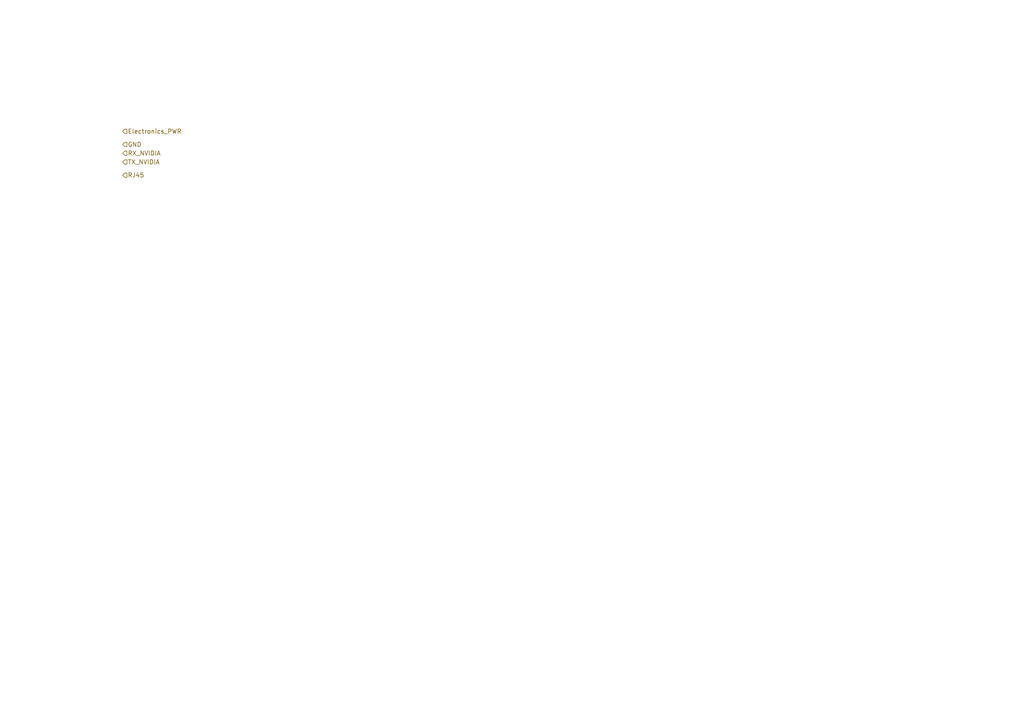
<source format=kicad_sch>
(kicad_sch (version 20230121) (generator eeschema)
  (paper "A4")
  (lib_symbols)
  (hierarchical_label "GND" (shape input) (at 35.56 41.91 0))
  (hierarchical_label "Electronics_PWR" (shape input) (at 35.56 38.1 0))
  (hierarchical_label "TX_NVIDIA" (shape input) (at 35.56 46.99 0))
  (hierarchical_label "RJ45" (shape input) (at 35.56 50.8 0))
  (hierarchical_label "RX_NVIDIA" (shape input) (at 35.56 44.45 0))
)
</source>
